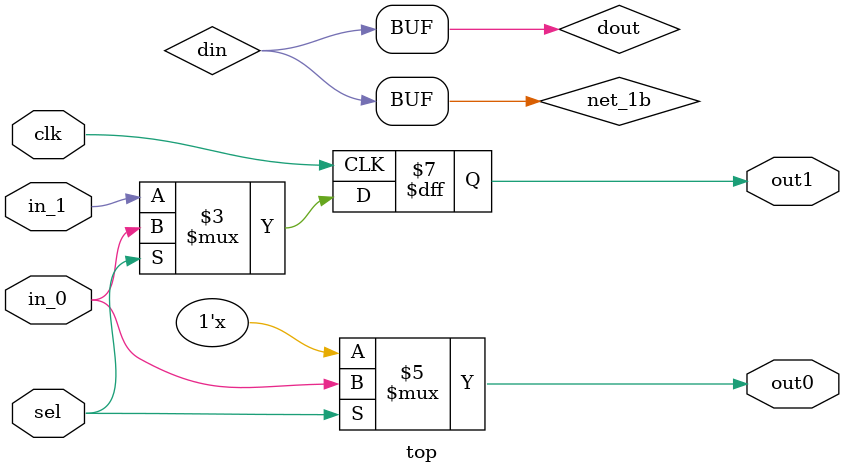
<source format=sv>
module top (
	input  wire		clk,
	input  wire		in_0, in_1,
	input  wire		sel,
	output logic	out0, out1
);


wire  net_1b;

logic din;
logic dout;
logic [7:0] data_8b;


assign net_1b = din;
assign dout = net_1b;





// Always_comb 
// 1. 모든 입력 조합에 대한 출력 로직 결정
// 2. Combinational Loop 조심
always_comb begin 
	if (sel) out0 = in_0;
end


always_ff @ (posedge clk) begin
	out1 <= sel ? in_0 : in_1;
end





endmodule: top
</source>
